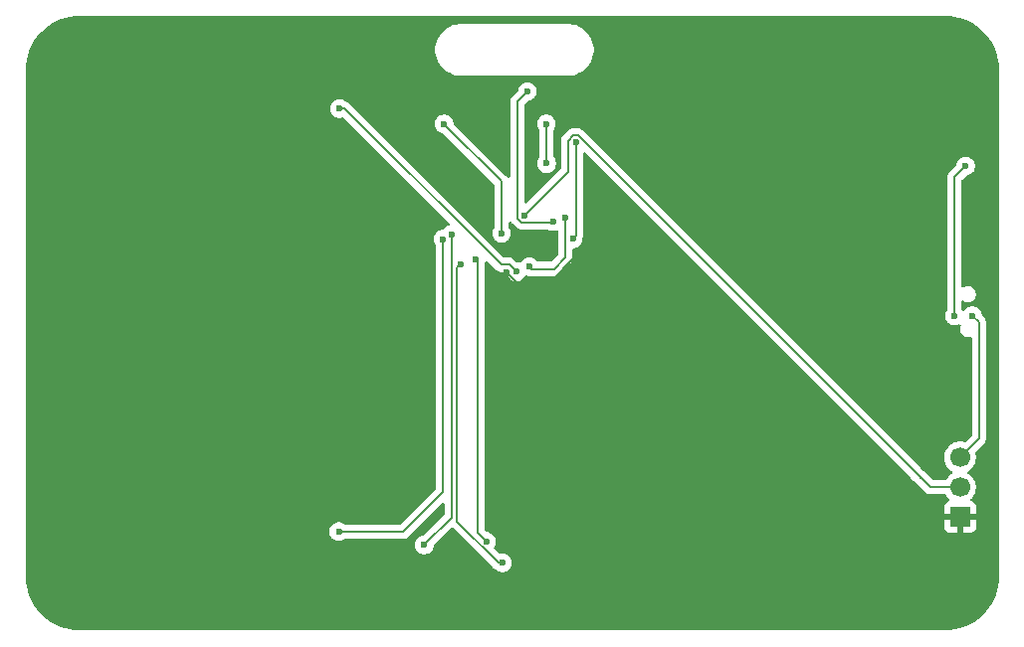
<source format=gbl>
G04 #@! TF.GenerationSoftware,KiCad,Pcbnew,9.0.3*
G04 #@! TF.CreationDate,2025-09-08T19:44:41+01:00*
G04 #@! TF.ProjectId,tester_pcb_business_card,74657374-6572-45f7-9063-625f62757369,rev?*
G04 #@! TF.SameCoordinates,Original*
G04 #@! TF.FileFunction,Copper,L2,Bot*
G04 #@! TF.FilePolarity,Positive*
%FSLAX46Y46*%
G04 Gerber Fmt 4.6, Leading zero omitted, Abs format (unit mm)*
G04 Created by KiCad (PCBNEW 9.0.3) date 2025-09-08 19:44:41*
%MOMM*%
%LPD*%
G01*
G04 APERTURE LIST*
G04 #@! TA.AperFunction,ComponentPad*
%ADD10R,1.700000X1.700000*%
G04 #@! TD*
G04 #@! TA.AperFunction,ComponentPad*
%ADD11C,1.700000*%
G04 #@! TD*
G04 #@! TA.AperFunction,ViaPad*
%ADD12C,0.600000*%
G04 #@! TD*
G04 #@! TA.AperFunction,Conductor*
%ADD13C,0.200000*%
G04 #@! TD*
G04 APERTURE END LIST*
D10*
X133350000Y-109220000D03*
D11*
X133350000Y-106680000D03*
X133350000Y-104140000D03*
D12*
X133822900Y-79324200D03*
X132867900Y-92091100D03*
X94796620Y-88389200D03*
X104851200Y-82702400D03*
X99771200Y-83718400D03*
X134398500Y-92070900D03*
X96705464Y-87894664D03*
X100659200Y-77322100D03*
X100404123Y-85516900D03*
X96538200Y-72962600D03*
X98711900Y-84039500D03*
X98165400Y-79097500D03*
X98148200Y-75734800D03*
X80575100Y-74427300D03*
X95602592Y-88326196D03*
X94335600Y-85039200D03*
X89456300Y-75734800D03*
X96250100Y-83529100D03*
X80495400Y-110465000D03*
X89357200Y-85547200D03*
X90086700Y-85133900D03*
X87759800Y-111591500D03*
X93048700Y-111310000D03*
X92128200Y-87273200D03*
X94420800Y-113125000D03*
X90831533Y-87667200D03*
D13*
X132867900Y-80279200D02*
X133822900Y-79324200D01*
X132867900Y-92091100D02*
X132867900Y-80279200D01*
X104851200Y-82804000D02*
X99877200Y-87778000D01*
X99877200Y-87779116D02*
X99218316Y-88438000D01*
X99218316Y-88438000D02*
X99217200Y-88438000D01*
X99217200Y-88438000D02*
X98450400Y-89204800D01*
X99877200Y-87778000D02*
X99877200Y-87779116D01*
X104851200Y-82702400D02*
X104851200Y-82804000D01*
X95612220Y-89204800D02*
X94796620Y-88389200D01*
X98450400Y-89204800D02*
X95612220Y-89204800D01*
X96888800Y-88078000D02*
X96705464Y-87894664D01*
X98815200Y-88078000D02*
X99771200Y-87122000D01*
X134966700Y-92639100D02*
X134398500Y-92070900D01*
X133350000Y-104140000D02*
X134966700Y-102523300D01*
X96888800Y-88078000D02*
X98815200Y-88078000D01*
X99771200Y-87122000D02*
X99771200Y-83718400D01*
X134966700Y-102523300D02*
X134966700Y-92639100D01*
X100659200Y-85261823D02*
X100404123Y-85516900D01*
X100659200Y-77322100D02*
X100659200Y-85261823D01*
X98627600Y-84123800D02*
X98711900Y-84039500D01*
X96018800Y-84123800D02*
X98627600Y-84123800D01*
X95657200Y-83762200D02*
X96018800Y-84123800D01*
X95657200Y-73843600D02*
X95657200Y-83762200D01*
X96538200Y-72962600D02*
X95657200Y-73843600D01*
X98148200Y-75734800D02*
X98165400Y-75752000D01*
X98165400Y-75752000D02*
X98165400Y-79097500D01*
X80575100Y-74427300D02*
X80992000Y-74427300D01*
X95015596Y-87739200D02*
X95602592Y-88326196D01*
X80992000Y-74427300D02*
X94303900Y-87739200D01*
X94303900Y-87739200D02*
X95015596Y-87739200D01*
X94335600Y-85039200D02*
X94335600Y-80614100D01*
X94335600Y-80614100D02*
X89456300Y-75734800D01*
X129906850Y-105754350D02*
X130832500Y-106680000D01*
X100445300Y-76705400D02*
X100857900Y-76705400D01*
X100857900Y-76705400D02*
X129906850Y-105754350D01*
X129906850Y-105754350D02*
X130018500Y-105866000D01*
X96250100Y-83529100D02*
X99986000Y-79793200D01*
X99986000Y-77164700D02*
X100445300Y-76705400D01*
X99986000Y-79793200D02*
X99986000Y-77164700D01*
X130832500Y-106680000D02*
X133350000Y-106680000D01*
X89357200Y-107086400D02*
X85978600Y-110465000D01*
X89357200Y-85547200D02*
X89357200Y-107086400D01*
X85978600Y-110465000D02*
X80495400Y-110465000D01*
X90086700Y-109264600D02*
X87759800Y-111591500D01*
X90086700Y-85133900D02*
X90086700Y-109264600D01*
X92330000Y-87475000D02*
X92330100Y-87475000D01*
X92330100Y-110591400D02*
X93048700Y-111310000D01*
X92128200Y-87273200D02*
X92330000Y-87475000D01*
X92979700Y-111241000D02*
X93048700Y-111310000D01*
X93048700Y-111310000D02*
X92979700Y-111241000D01*
X92330100Y-87475000D02*
X92330100Y-110591400D01*
X90545800Y-87952933D02*
X90831533Y-87667200D01*
X94420800Y-113125000D02*
X94069400Y-113125000D01*
X90545800Y-109601400D02*
X90545800Y-87952933D01*
X94069400Y-113125000D02*
X90545800Y-109601400D01*
G04 #@! TA.AperFunction,Conductor*
G36*
X132082702Y-66540618D02*
G01*
X132095819Y-66541190D01*
X132473742Y-66557690D01*
X132484477Y-66558630D01*
X132869859Y-66609366D01*
X132880493Y-66611241D01*
X133259990Y-66695374D01*
X133270416Y-66698168D01*
X133641135Y-66815055D01*
X133651270Y-66818744D01*
X134010387Y-66967495D01*
X134020178Y-66972061D01*
X134364942Y-67151534D01*
X134374309Y-67156941D01*
X134644434Y-67329030D01*
X134702130Y-67365786D01*
X134710991Y-67371991D01*
X135019353Y-67608605D01*
X135027640Y-67615559D01*
X135314204Y-67878146D01*
X135321853Y-67885795D01*
X135584440Y-68172359D01*
X135591394Y-68180646D01*
X135828008Y-68489008D01*
X135834213Y-68497869D01*
X136043057Y-68825689D01*
X136048465Y-68835057D01*
X136227935Y-69179814D01*
X136232507Y-69189618D01*
X136381249Y-69548714D01*
X136384949Y-69558879D01*
X136501828Y-69929572D01*
X136504628Y-69940021D01*
X136588756Y-70319498D01*
X136590634Y-70330151D01*
X136641367Y-70715499D01*
X136642310Y-70726276D01*
X136657645Y-71077524D01*
X136659382Y-71117297D01*
X136659500Y-71122706D01*
X136659500Y-114297293D01*
X136659382Y-114302702D01*
X136642310Y-114693723D01*
X136641367Y-114704500D01*
X136590634Y-115089848D01*
X136588756Y-115100501D01*
X136504628Y-115479978D01*
X136501828Y-115490427D01*
X136384949Y-115861120D01*
X136381249Y-115871285D01*
X136232507Y-116230381D01*
X136227935Y-116240185D01*
X136048465Y-116584942D01*
X136043057Y-116594310D01*
X135834213Y-116922130D01*
X135828008Y-116930991D01*
X135591394Y-117239353D01*
X135584440Y-117247640D01*
X135321853Y-117534204D01*
X135314204Y-117541853D01*
X135027640Y-117804440D01*
X135019353Y-117811394D01*
X134710991Y-118048008D01*
X134702130Y-118054213D01*
X134374310Y-118263057D01*
X134364942Y-118268465D01*
X134020185Y-118447935D01*
X134010381Y-118452507D01*
X133651285Y-118601249D01*
X133641120Y-118604949D01*
X133270427Y-118721828D01*
X133259978Y-118724628D01*
X132880501Y-118808756D01*
X132869848Y-118810634D01*
X132484500Y-118861367D01*
X132473723Y-118862310D01*
X132082703Y-118879382D01*
X132077294Y-118879500D01*
X58422706Y-118879500D01*
X58417297Y-118879382D01*
X58026276Y-118862310D01*
X58015501Y-118861367D01*
X57926792Y-118849688D01*
X57630151Y-118810634D01*
X57619498Y-118808756D01*
X57240021Y-118724628D01*
X57229572Y-118721828D01*
X56858879Y-118604949D01*
X56848714Y-118601249D01*
X56489618Y-118452507D01*
X56479814Y-118447935D01*
X56135057Y-118268465D01*
X56125689Y-118263057D01*
X55797869Y-118054213D01*
X55789008Y-118048008D01*
X55480646Y-117811394D01*
X55472359Y-117804440D01*
X55185795Y-117541853D01*
X55178146Y-117534204D01*
X54915559Y-117247640D01*
X54908605Y-117239353D01*
X54671991Y-116930991D01*
X54665786Y-116922130D01*
X54456942Y-116594310D01*
X54451534Y-116584942D01*
X54272064Y-116240185D01*
X54267492Y-116230381D01*
X54118744Y-115871270D01*
X54115055Y-115861135D01*
X53998168Y-115490416D01*
X53995374Y-115479990D01*
X53911241Y-115100493D01*
X53909365Y-115089848D01*
X53858630Y-114704477D01*
X53857690Y-114693742D01*
X53840618Y-114302701D01*
X53840500Y-114297293D01*
X53840500Y-110386153D01*
X79694900Y-110386153D01*
X79694900Y-110543846D01*
X79725661Y-110698489D01*
X79725664Y-110698501D01*
X79786002Y-110844172D01*
X79786009Y-110844185D01*
X79873610Y-110975288D01*
X79873613Y-110975292D01*
X79985107Y-111086786D01*
X79985111Y-111086789D01*
X80116214Y-111174390D01*
X80116227Y-111174397D01*
X80253250Y-111231153D01*
X80261903Y-111234737D01*
X80416553Y-111265499D01*
X80416556Y-111265500D01*
X80416558Y-111265500D01*
X80574244Y-111265500D01*
X80574245Y-111265499D01*
X80728897Y-111234737D01*
X80874579Y-111174394D01*
X80874585Y-111174390D01*
X81006275Y-111086398D01*
X81072953Y-111065520D01*
X81075166Y-111065500D01*
X85891931Y-111065500D01*
X85891947Y-111065501D01*
X85899543Y-111065501D01*
X86057654Y-111065501D01*
X86057657Y-111065501D01*
X86210385Y-111024577D01*
X86260504Y-110995639D01*
X86347316Y-110945520D01*
X86459120Y-110833716D01*
X86459120Y-110833714D01*
X86469328Y-110823507D01*
X86469329Y-110823504D01*
X89274521Y-108018313D01*
X89335842Y-107984830D01*
X89405534Y-107989814D01*
X89461467Y-108031686D01*
X89485884Y-108097150D01*
X89486200Y-108105996D01*
X89486200Y-108964502D01*
X89466515Y-109031541D01*
X89449881Y-109052183D01*
X87745139Y-110756925D01*
X87683816Y-110790410D01*
X87681650Y-110790861D01*
X87526308Y-110821761D01*
X87526298Y-110821764D01*
X87380627Y-110882102D01*
X87380614Y-110882109D01*
X87249511Y-110969710D01*
X87249507Y-110969713D01*
X87138013Y-111081207D01*
X87138010Y-111081211D01*
X87050409Y-111212314D01*
X87050402Y-111212327D01*
X86990064Y-111357998D01*
X86990061Y-111358010D01*
X86959300Y-111512653D01*
X86959300Y-111670346D01*
X86990061Y-111824989D01*
X86990064Y-111825001D01*
X87050402Y-111970672D01*
X87050409Y-111970685D01*
X87138010Y-112101788D01*
X87138013Y-112101792D01*
X87249507Y-112213286D01*
X87249511Y-112213289D01*
X87380614Y-112300890D01*
X87380627Y-112300897D01*
X87511880Y-112355263D01*
X87526303Y-112361237D01*
X87680953Y-112391999D01*
X87680956Y-112392000D01*
X87680958Y-112392000D01*
X87838644Y-112392000D01*
X87838645Y-112391999D01*
X87993297Y-112361237D01*
X88138979Y-112300894D01*
X88270089Y-112213289D01*
X88381589Y-112101789D01*
X88469194Y-111970679D01*
X88529537Y-111824997D01*
X88548913Y-111727585D01*
X88560438Y-111669650D01*
X88592823Y-111607739D01*
X88594319Y-111606215D01*
X90060170Y-110140363D01*
X90121491Y-110106880D01*
X90191183Y-110111864D01*
X90235530Y-110140365D01*
X93584539Y-113489374D01*
X93584549Y-113489385D01*
X93588879Y-113493715D01*
X93588880Y-113493716D01*
X93700684Y-113605520D01*
X93787495Y-113655639D01*
X93837615Y-113684577D01*
X93838959Y-113684937D01*
X93846965Y-113689495D01*
X93853722Y-113696496D01*
X93873296Y-113709574D01*
X93910507Y-113746786D01*
X93910511Y-113746789D01*
X94041614Y-113834390D01*
X94041627Y-113834397D01*
X94187298Y-113894735D01*
X94187303Y-113894737D01*
X94341953Y-113925499D01*
X94341956Y-113925500D01*
X94341958Y-113925500D01*
X94499644Y-113925500D01*
X94499645Y-113925499D01*
X94654297Y-113894737D01*
X94799979Y-113834394D01*
X94931089Y-113746789D01*
X95042589Y-113635289D01*
X95130194Y-113504179D01*
X95190537Y-113358497D01*
X95221300Y-113203842D01*
X95221300Y-113046158D01*
X95221300Y-113046155D01*
X95221299Y-113046153D01*
X95190538Y-112891510D01*
X95190537Y-112891503D01*
X95190535Y-112891498D01*
X95130197Y-112745827D01*
X95130190Y-112745814D01*
X95042589Y-112614711D01*
X95042586Y-112614707D01*
X94931092Y-112503213D01*
X94931088Y-112503210D01*
X94799985Y-112415609D01*
X94799972Y-112415602D01*
X94654301Y-112355264D01*
X94654289Y-112355261D01*
X94499645Y-112324500D01*
X94499642Y-112324500D01*
X94341958Y-112324500D01*
X94341956Y-112324500D01*
X94220276Y-112348704D01*
X94150684Y-112342477D01*
X94108403Y-112314768D01*
X93719790Y-111926155D01*
X93686305Y-111864832D01*
X93691289Y-111795140D01*
X93704370Y-111769582D01*
X93758089Y-111689187D01*
X93758090Y-111689184D01*
X93758094Y-111689179D01*
X93765897Y-111670342D01*
X93818435Y-111543501D01*
X93818437Y-111543497D01*
X93849200Y-111388842D01*
X93849200Y-111231158D01*
X93849200Y-111231155D01*
X93849199Y-111231153D01*
X93819373Y-111081211D01*
X93818437Y-111076503D01*
X93813880Y-111065501D01*
X93758097Y-110930827D01*
X93758090Y-110930814D01*
X93670489Y-110799711D01*
X93670486Y-110799707D01*
X93558992Y-110688213D01*
X93558988Y-110688210D01*
X93427885Y-110600609D01*
X93427872Y-110600602D01*
X93282201Y-110540264D01*
X93282191Y-110540261D01*
X93126849Y-110509361D01*
X93110092Y-110500595D01*
X93091614Y-110496576D01*
X93066577Y-110477833D01*
X93064938Y-110476976D01*
X93063360Y-110475425D01*
X92966919Y-110378984D01*
X92933434Y-110317661D01*
X92930600Y-110291303D01*
X92930600Y-87514497D01*
X92950285Y-87447458D01*
X93003089Y-87401703D01*
X93072247Y-87391759D01*
X93135803Y-87420784D01*
X93142277Y-87426813D01*
X93935184Y-88219720D01*
X93935186Y-88219721D01*
X93935190Y-88219724D01*
X94072109Y-88298773D01*
X94072116Y-88298777D01*
X94224843Y-88339701D01*
X94224845Y-88339701D01*
X94390554Y-88339701D01*
X94390570Y-88339700D01*
X94687331Y-88339700D01*
X94754370Y-88359385D01*
X94800125Y-88412189D01*
X94808948Y-88439508D01*
X94832853Y-88559687D01*
X94832856Y-88559697D01*
X94893194Y-88705368D01*
X94893201Y-88705381D01*
X94980802Y-88836484D01*
X94980805Y-88836488D01*
X95092299Y-88947982D01*
X95092303Y-88947985D01*
X95223406Y-89035586D01*
X95223419Y-89035593D01*
X95369090Y-89095931D01*
X95369095Y-89095933D01*
X95523745Y-89126695D01*
X95523748Y-89126696D01*
X95523750Y-89126696D01*
X95681436Y-89126696D01*
X95681437Y-89126695D01*
X95836089Y-89095933D01*
X95981771Y-89035590D01*
X96112881Y-88947985D01*
X96224381Y-88836485D01*
X96311573Y-88705991D01*
X96365182Y-88661190D01*
X96434507Y-88652482D01*
X96462121Y-88660322D01*
X96471967Y-88664401D01*
X96626617Y-88695163D01*
X96626620Y-88695164D01*
X96626622Y-88695164D01*
X96784307Y-88695164D01*
X96821434Y-88687778D01*
X96856101Y-88680882D01*
X96880292Y-88678500D01*
X98728531Y-88678500D01*
X98728547Y-88678501D01*
X98736143Y-88678501D01*
X98894254Y-88678501D01*
X98894257Y-88678501D01*
X99046985Y-88637577D01*
X99105041Y-88604058D01*
X99183916Y-88558520D01*
X99295720Y-88446716D01*
X99295720Y-88446714D01*
X99305924Y-88436511D01*
X99305928Y-88436506D01*
X100129706Y-87612728D01*
X100129711Y-87612724D01*
X100139914Y-87602520D01*
X100139916Y-87602520D01*
X100251720Y-87490716D01*
X100310221Y-87389388D01*
X100330777Y-87353785D01*
X100371700Y-87201057D01*
X100371700Y-87042943D01*
X100371700Y-86440745D01*
X100391385Y-86373706D01*
X100444189Y-86327951D01*
X100477089Y-86319085D01*
X100476991Y-86318589D01*
X100563457Y-86301388D01*
X100637620Y-86286637D01*
X100783302Y-86226294D01*
X100914412Y-86138689D01*
X101025912Y-86027189D01*
X101113517Y-85896079D01*
X101173860Y-85750397D01*
X101204623Y-85595742D01*
X101204623Y-85551348D01*
X101217843Y-85502023D01*
X101215665Y-85501121D01*
X101218775Y-85493611D01*
X101218775Y-85493609D01*
X101218777Y-85493607D01*
X101252595Y-85367397D01*
X101259700Y-85340881D01*
X101259700Y-85182766D01*
X101259700Y-78255797D01*
X101279385Y-78188758D01*
X101332189Y-78143003D01*
X101401347Y-78133059D01*
X101464903Y-78162084D01*
X101471381Y-78168116D01*
X129426331Y-106123066D01*
X130463784Y-107160520D01*
X130600715Y-107239577D01*
X130753443Y-107280501D01*
X130753446Y-107280501D01*
X130919154Y-107280501D01*
X130919170Y-107280500D01*
X132064281Y-107280500D01*
X132131320Y-107300185D01*
X132174765Y-107348205D01*
X132194947Y-107387814D01*
X132194948Y-107387815D01*
X132319890Y-107559786D01*
X132433818Y-107673714D01*
X132467303Y-107735037D01*
X132462319Y-107804729D01*
X132420447Y-107860662D01*
X132389471Y-107877577D01*
X132257912Y-107926646D01*
X132257906Y-107926649D01*
X132142812Y-108012809D01*
X132142809Y-108012812D01*
X132056649Y-108127906D01*
X132056645Y-108127913D01*
X132006403Y-108262620D01*
X132006401Y-108262627D01*
X132000000Y-108322155D01*
X132000000Y-108970000D01*
X132916988Y-108970000D01*
X132884075Y-109027007D01*
X132850000Y-109154174D01*
X132850000Y-109285826D01*
X132884075Y-109412993D01*
X132916988Y-109470000D01*
X132000000Y-109470000D01*
X132000000Y-110117844D01*
X132006401Y-110177372D01*
X132006403Y-110177379D01*
X132056645Y-110312086D01*
X132056649Y-110312093D01*
X132142809Y-110427187D01*
X132142812Y-110427190D01*
X132257906Y-110513350D01*
X132257913Y-110513354D01*
X132392620Y-110563596D01*
X132392627Y-110563598D01*
X132452155Y-110569999D01*
X132452172Y-110570000D01*
X133100000Y-110570000D01*
X133100000Y-109653012D01*
X133157007Y-109685925D01*
X133284174Y-109720000D01*
X133415826Y-109720000D01*
X133542993Y-109685925D01*
X133600000Y-109653012D01*
X133600000Y-110570000D01*
X134247828Y-110570000D01*
X134247844Y-110569999D01*
X134307372Y-110563598D01*
X134307379Y-110563596D01*
X134442086Y-110513354D01*
X134442093Y-110513350D01*
X134557187Y-110427190D01*
X134557190Y-110427187D01*
X134643350Y-110312093D01*
X134643354Y-110312086D01*
X134693596Y-110177379D01*
X134693598Y-110177372D01*
X134699999Y-110117844D01*
X134700000Y-110117827D01*
X134700000Y-109470000D01*
X133783012Y-109470000D01*
X133815925Y-109412993D01*
X133850000Y-109285826D01*
X133850000Y-109154174D01*
X133815925Y-109027007D01*
X133783012Y-108970000D01*
X134700000Y-108970000D01*
X134700000Y-108322172D01*
X134699999Y-108322155D01*
X134693598Y-108262627D01*
X134693596Y-108262620D01*
X134643354Y-108127913D01*
X134643350Y-108127906D01*
X134557190Y-108012812D01*
X134557187Y-108012809D01*
X134442093Y-107926649D01*
X134442088Y-107926646D01*
X134310528Y-107877577D01*
X134254595Y-107835705D01*
X134230178Y-107770241D01*
X134245030Y-107701968D01*
X134266175Y-107673720D01*
X134380104Y-107559792D01*
X134505051Y-107387816D01*
X134601557Y-107198412D01*
X134667246Y-106996243D01*
X134700500Y-106786287D01*
X134700500Y-106573713D01*
X134667246Y-106363757D01*
X134601557Y-106161588D01*
X134505051Y-105972184D01*
X134505049Y-105972181D01*
X134505048Y-105972179D01*
X134380109Y-105800213D01*
X134229786Y-105649890D01*
X134057820Y-105524951D01*
X134057115Y-105524591D01*
X134049054Y-105520485D01*
X133998259Y-105472512D01*
X133981463Y-105404692D01*
X134003999Y-105338556D01*
X134049054Y-105299515D01*
X134057816Y-105295051D01*
X134087023Y-105273831D01*
X134229786Y-105170109D01*
X134229788Y-105170106D01*
X134229792Y-105170104D01*
X134380104Y-105019792D01*
X134380106Y-105019788D01*
X134380109Y-105019786D01*
X134505048Y-104847820D01*
X134505047Y-104847820D01*
X134505051Y-104847816D01*
X134601557Y-104658412D01*
X134667246Y-104456243D01*
X134700500Y-104246287D01*
X134700500Y-104033713D01*
X134667246Y-103823757D01*
X134653506Y-103781473D01*
X134651512Y-103711635D01*
X134683755Y-103655478D01*
X135325206Y-103014028D01*
X135325211Y-103014024D01*
X135335414Y-103003820D01*
X135335416Y-103003820D01*
X135447220Y-102892016D01*
X135506407Y-102789500D01*
X135526277Y-102755085D01*
X135567200Y-102602357D01*
X135567200Y-102444243D01*
X135567200Y-92560043D01*
X135526277Y-92407316D01*
X135526277Y-92407315D01*
X135526277Y-92407314D01*
X135497339Y-92357195D01*
X135497337Y-92357192D01*
X135447220Y-92270384D01*
X135335416Y-92158580D01*
X135335415Y-92158579D01*
X135331085Y-92154249D01*
X135331074Y-92154239D01*
X135233074Y-92056239D01*
X135199589Y-91994916D01*
X135199138Y-91992749D01*
X135168238Y-91837410D01*
X135168237Y-91837403D01*
X135116264Y-91711927D01*
X135107897Y-91691727D01*
X135107890Y-91691714D01*
X135020289Y-91560611D01*
X135020286Y-91560607D01*
X134908792Y-91449113D01*
X134908788Y-91449110D01*
X134777685Y-91361509D01*
X134777672Y-91361502D01*
X134632001Y-91301164D01*
X134631989Y-91301161D01*
X134477345Y-91270400D01*
X134477342Y-91270400D01*
X134319658Y-91270400D01*
X134319655Y-91270400D01*
X134165010Y-91301161D01*
X134164998Y-91301164D01*
X134019327Y-91361502D01*
X134019314Y-91361509D01*
X133888211Y-91449110D01*
X133888207Y-91449113D01*
X133776713Y-91560607D01*
X133729553Y-91631187D01*
X133704367Y-91652234D01*
X133679967Y-91674152D01*
X133677701Y-91674519D01*
X133675940Y-91675991D01*
X133643384Y-91680079D01*
X133610997Y-91685328D01*
X133608892Y-91684411D01*
X133606615Y-91684698D01*
X133577014Y-91670535D01*
X133546934Y-91657442D01*
X133544889Y-91655165D01*
X133543588Y-91654543D01*
X133523349Y-91631186D01*
X133489298Y-91580225D01*
X133468420Y-91513547D01*
X133468400Y-91511334D01*
X133468400Y-90899155D01*
X133488085Y-90832116D01*
X133540889Y-90786361D01*
X133610047Y-90776417D01*
X133661290Y-90796052D01*
X133710031Y-90828620D01*
X133832964Y-90879540D01*
X133832968Y-90879540D01*
X133832969Y-90879541D01*
X133963466Y-90905500D01*
X133963469Y-90905500D01*
X134096533Y-90905500D01*
X134184325Y-90888035D01*
X134227036Y-90879540D01*
X134349969Y-90828620D01*
X134460606Y-90754695D01*
X134554695Y-90660606D01*
X134628620Y-90549969D01*
X134679540Y-90427036D01*
X134705500Y-90296531D01*
X134705500Y-90163469D01*
X134705500Y-90163466D01*
X134679541Y-90032969D01*
X134679540Y-90032968D01*
X134679540Y-90032964D01*
X134628620Y-89910031D01*
X134554695Y-89799394D01*
X134554692Y-89799390D01*
X134460609Y-89705307D01*
X134460601Y-89705301D01*
X134349979Y-89631386D01*
X134349972Y-89631382D01*
X134349969Y-89631380D01*
X134349965Y-89631378D01*
X134349961Y-89631376D01*
X134227040Y-89580461D01*
X134227030Y-89580458D01*
X134096533Y-89554500D01*
X134096531Y-89554500D01*
X133963469Y-89554500D01*
X133963467Y-89554500D01*
X133832969Y-89580458D01*
X133832959Y-89580461D01*
X133710038Y-89631376D01*
X133710022Y-89631385D01*
X133661289Y-89663947D01*
X133594612Y-89684824D01*
X133527232Y-89666339D01*
X133480542Y-89614359D01*
X133468400Y-89560844D01*
X133468400Y-80579297D01*
X133488085Y-80512258D01*
X133504719Y-80491616D01*
X133664140Y-80332195D01*
X133837562Y-80158772D01*
X133898883Y-80125289D01*
X133901050Y-80124838D01*
X133958985Y-80113313D01*
X134056397Y-80093937D01*
X134202079Y-80033594D01*
X134333189Y-79945989D01*
X134444689Y-79834489D01*
X134532294Y-79703379D01*
X134592637Y-79557697D01*
X134623400Y-79403042D01*
X134623400Y-79245358D01*
X134623400Y-79245355D01*
X134623399Y-79245353D01*
X134592637Y-79090703D01*
X134592635Y-79090698D01*
X134532297Y-78945027D01*
X134532290Y-78945014D01*
X134444689Y-78813911D01*
X134444686Y-78813907D01*
X134333192Y-78702413D01*
X134333188Y-78702410D01*
X134202085Y-78614809D01*
X134202072Y-78614802D01*
X134056401Y-78554464D01*
X134056389Y-78554461D01*
X133901745Y-78523700D01*
X133901742Y-78523700D01*
X133744058Y-78523700D01*
X133744055Y-78523700D01*
X133589410Y-78554461D01*
X133589398Y-78554464D01*
X133443727Y-78614802D01*
X133443714Y-78614809D01*
X133312611Y-78702410D01*
X133312607Y-78702413D01*
X133201113Y-78813907D01*
X133201110Y-78813911D01*
X133113509Y-78945014D01*
X133113502Y-78945027D01*
X133053164Y-79090698D01*
X133053161Y-79090708D01*
X133022261Y-79246050D01*
X132989876Y-79307961D01*
X132988325Y-79309539D01*
X132387381Y-79910482D01*
X132387375Y-79910490D01*
X132350305Y-79974699D01*
X132350305Y-79974700D01*
X132308323Y-80047415D01*
X132267399Y-80200143D01*
X132267399Y-80200145D01*
X132267399Y-80368246D01*
X132267400Y-80368259D01*
X132267400Y-91511334D01*
X132247715Y-91578373D01*
X132246502Y-91580225D01*
X132158509Y-91711914D01*
X132158502Y-91711927D01*
X132098164Y-91857598D01*
X132098161Y-91857610D01*
X132067400Y-92012253D01*
X132067400Y-92169946D01*
X132098161Y-92324589D01*
X132098164Y-92324601D01*
X132158502Y-92470272D01*
X132158509Y-92470285D01*
X132246110Y-92601388D01*
X132246113Y-92601392D01*
X132357607Y-92712886D01*
X132357611Y-92712889D01*
X132488714Y-92800490D01*
X132488727Y-92800497D01*
X132634398Y-92860835D01*
X132634403Y-92860837D01*
X132751419Y-92884113D01*
X132789053Y-92891599D01*
X132789056Y-92891600D01*
X132789058Y-92891600D01*
X132946744Y-92891600D01*
X132946745Y-92891599D01*
X133101397Y-92860837D01*
X133247079Y-92800494D01*
X133247082Y-92800491D01*
X133247743Y-92800218D01*
X133317212Y-92792749D01*
X133379692Y-92824024D01*
X133415344Y-92884113D01*
X133412850Y-92953938D01*
X133409758Y-92962230D01*
X133380460Y-93032964D01*
X133380458Y-93032969D01*
X133354500Y-93163466D01*
X133354500Y-93163469D01*
X133354500Y-93296531D01*
X133354500Y-93296533D01*
X133354499Y-93296533D01*
X133380458Y-93427030D01*
X133380461Y-93427040D01*
X133431376Y-93549961D01*
X133431386Y-93549979D01*
X133505301Y-93660601D01*
X133505307Y-93660609D01*
X133599390Y-93754692D01*
X133599398Y-93754698D01*
X133710020Y-93828613D01*
X133710023Y-93828614D01*
X133710031Y-93828620D01*
X133832964Y-93879540D01*
X133832968Y-93879540D01*
X133832969Y-93879541D01*
X133963466Y-93905500D01*
X133963469Y-93905500D01*
X134096532Y-93905500D01*
X134218008Y-93881336D01*
X134287599Y-93887563D01*
X134342777Y-93930425D01*
X134366022Y-93996315D01*
X134366200Y-94002953D01*
X134366200Y-102223202D01*
X134346515Y-102290241D01*
X134329881Y-102310883D01*
X133834522Y-102806241D01*
X133773199Y-102839726D01*
X133708523Y-102836491D01*
X133666245Y-102822754D01*
X133526272Y-102800584D01*
X133456287Y-102789500D01*
X133243713Y-102789500D01*
X133195042Y-102797208D01*
X133033760Y-102822753D01*
X132831585Y-102888444D01*
X132642179Y-102984951D01*
X132470213Y-103109890D01*
X132319890Y-103260213D01*
X132194951Y-103432179D01*
X132098444Y-103621585D01*
X132032753Y-103823760D01*
X131999500Y-104033713D01*
X131999500Y-104246286D01*
X132032753Y-104456239D01*
X132098444Y-104658414D01*
X132194951Y-104847820D01*
X132319890Y-105019786D01*
X132470213Y-105170109D01*
X132642182Y-105295050D01*
X132650946Y-105299516D01*
X132701742Y-105347491D01*
X132718536Y-105415312D01*
X132695998Y-105481447D01*
X132650946Y-105520484D01*
X132642182Y-105524949D01*
X132470213Y-105649890D01*
X132319890Y-105800213D01*
X132194948Y-105972184D01*
X132194947Y-105972185D01*
X132174765Y-106011795D01*
X132126791Y-106062591D01*
X132064281Y-106079500D01*
X131132598Y-106079500D01*
X131065559Y-106059815D01*
X131044917Y-106043181D01*
X130275566Y-105273831D01*
X101345490Y-76343755D01*
X101345488Y-76343752D01*
X101226617Y-76224881D01*
X101226616Y-76224880D01*
X101139804Y-76174760D01*
X101139804Y-76174759D01*
X101139800Y-76174758D01*
X101089685Y-76145823D01*
X100936957Y-76104899D01*
X100778843Y-76104899D01*
X100771247Y-76104899D01*
X100771231Y-76104900D01*
X100524357Y-76104900D01*
X100366242Y-76104900D01*
X100213515Y-76145823D01*
X100213514Y-76145823D01*
X100213512Y-76145824D01*
X100213509Y-76145825D01*
X100163396Y-76174759D01*
X100163395Y-76174760D01*
X100119989Y-76199820D01*
X100076585Y-76224879D01*
X100076582Y-76224881D01*
X99505481Y-76795982D01*
X99505479Y-76795985D01*
X99455361Y-76882794D01*
X99455359Y-76882796D01*
X99426425Y-76932909D01*
X99426424Y-76932910D01*
X99426423Y-76932915D01*
X99385499Y-77085643D01*
X99385499Y-77085645D01*
X99385499Y-77253746D01*
X99385500Y-77253759D01*
X99385500Y-79493103D01*
X99365815Y-79560142D01*
X99349181Y-79580784D01*
X96469381Y-82460584D01*
X96408058Y-82494069D01*
X96338366Y-82489085D01*
X96282433Y-82447213D01*
X96258016Y-82381749D01*
X96257700Y-82372903D01*
X96257700Y-75655953D01*
X97347700Y-75655953D01*
X97347700Y-75813646D01*
X97378461Y-75968289D01*
X97378464Y-75968301D01*
X97438802Y-76113972D01*
X97438809Y-76113985D01*
X97526410Y-76245088D01*
X97526410Y-76245089D01*
X97528574Y-76247252D01*
X97529346Y-76248666D01*
X97530276Y-76249799D01*
X97530061Y-76249975D01*
X97562064Y-76308573D01*
X97564900Y-76334940D01*
X97564900Y-78517734D01*
X97545215Y-78584773D01*
X97544002Y-78586625D01*
X97456009Y-78718314D01*
X97456002Y-78718327D01*
X97395664Y-78863998D01*
X97395661Y-78864010D01*
X97364900Y-79018653D01*
X97364900Y-79176346D01*
X97395661Y-79330989D01*
X97395664Y-79331001D01*
X97456002Y-79476672D01*
X97456009Y-79476685D01*
X97543610Y-79607788D01*
X97543613Y-79607792D01*
X97655107Y-79719286D01*
X97655111Y-79719289D01*
X97786214Y-79806890D01*
X97786227Y-79806897D01*
X97931898Y-79867235D01*
X97931903Y-79867237D01*
X98086553Y-79897999D01*
X98086556Y-79898000D01*
X98086558Y-79898000D01*
X98244244Y-79898000D01*
X98244245Y-79897999D01*
X98398897Y-79867237D01*
X98544579Y-79806894D01*
X98675689Y-79719289D01*
X98787189Y-79607789D01*
X98874794Y-79476679D01*
X98935137Y-79330997D01*
X98965900Y-79176342D01*
X98965900Y-79018658D01*
X98965900Y-79018655D01*
X98965899Y-79018653D01*
X98951254Y-78945027D01*
X98935137Y-78864003D01*
X98935135Y-78863998D01*
X98874797Y-78718327D01*
X98874790Y-78718314D01*
X98786798Y-78586625D01*
X98765920Y-78519947D01*
X98765900Y-78517734D01*
X98765900Y-76288824D01*
X98785585Y-76221785D01*
X98786798Y-76219933D01*
X98857590Y-76113985D01*
X98857590Y-76113984D01*
X98857594Y-76113979D01*
X98917937Y-75968297D01*
X98948700Y-75813642D01*
X98948700Y-75655958D01*
X98948700Y-75655955D01*
X98948699Y-75655953D01*
X98917938Y-75501310D01*
X98917937Y-75501303D01*
X98917935Y-75501298D01*
X98857597Y-75355627D01*
X98857590Y-75355614D01*
X98769989Y-75224511D01*
X98769986Y-75224507D01*
X98658492Y-75113013D01*
X98658488Y-75113010D01*
X98527385Y-75025409D01*
X98527372Y-75025402D01*
X98381701Y-74965064D01*
X98381689Y-74965061D01*
X98227045Y-74934300D01*
X98227042Y-74934300D01*
X98069358Y-74934300D01*
X98069355Y-74934300D01*
X97914710Y-74965061D01*
X97914698Y-74965064D01*
X97769027Y-75025402D01*
X97769014Y-75025409D01*
X97637911Y-75113010D01*
X97637907Y-75113013D01*
X97526413Y-75224507D01*
X97526410Y-75224511D01*
X97438809Y-75355614D01*
X97438802Y-75355627D01*
X97378464Y-75501298D01*
X97378461Y-75501310D01*
X97347700Y-75655953D01*
X96257700Y-75655953D01*
X96257700Y-74143697D01*
X96277385Y-74076658D01*
X96294019Y-74056016D01*
X96417389Y-73932646D01*
X96552862Y-73797172D01*
X96614183Y-73763689D01*
X96616350Y-73763238D01*
X96674285Y-73751713D01*
X96771697Y-73732337D01*
X96917379Y-73671994D01*
X97048489Y-73584389D01*
X97159989Y-73472889D01*
X97247594Y-73341779D01*
X97307937Y-73196097D01*
X97338700Y-73041442D01*
X97338700Y-72883758D01*
X97338700Y-72883755D01*
X97338699Y-72883753D01*
X97307938Y-72729110D01*
X97307938Y-72729108D01*
X97307937Y-72729103D01*
X97307935Y-72729098D01*
X97247597Y-72583427D01*
X97247590Y-72583414D01*
X97159989Y-72452311D01*
X97159986Y-72452307D01*
X97048492Y-72340813D01*
X97048488Y-72340810D01*
X96917385Y-72253209D01*
X96917372Y-72253202D01*
X96771701Y-72192864D01*
X96771689Y-72192861D01*
X96617045Y-72162100D01*
X96617042Y-72162100D01*
X96459358Y-72162100D01*
X96459355Y-72162100D01*
X96304710Y-72192861D01*
X96304698Y-72192864D01*
X96159027Y-72253202D01*
X96159014Y-72253209D01*
X96027911Y-72340810D01*
X96027907Y-72340813D01*
X95916413Y-72452307D01*
X95916410Y-72452311D01*
X95828809Y-72583414D01*
X95828802Y-72583427D01*
X95768464Y-72729098D01*
X95768461Y-72729108D01*
X95737561Y-72884450D01*
X95705176Y-72946361D01*
X95703625Y-72947939D01*
X95176681Y-73474882D01*
X95176679Y-73474885D01*
X95126561Y-73561694D01*
X95126559Y-73561696D01*
X95097625Y-73611809D01*
X95097624Y-73611810D01*
X95085365Y-73657561D01*
X95056699Y-73764543D01*
X95056699Y-73764545D01*
X95056699Y-73932646D01*
X95056700Y-73932659D01*
X95056700Y-80199306D01*
X95037015Y-80266345D01*
X94984211Y-80312100D01*
X94915053Y-80322044D01*
X94851497Y-80293019D01*
X94841421Y-80283235D01*
X94832153Y-80273156D01*
X94816120Y-80245384D01*
X94704316Y-80133580D01*
X94704313Y-80133578D01*
X90290874Y-75720139D01*
X90257389Y-75658816D01*
X90256938Y-75656649D01*
X90226038Y-75501310D01*
X90226037Y-75501303D01*
X90226035Y-75501298D01*
X90165697Y-75355627D01*
X90165690Y-75355614D01*
X90078089Y-75224511D01*
X90078086Y-75224507D01*
X89966592Y-75113013D01*
X89966588Y-75113010D01*
X89835485Y-75025409D01*
X89835472Y-75025402D01*
X89689801Y-74965064D01*
X89689789Y-74965061D01*
X89535145Y-74934300D01*
X89535142Y-74934300D01*
X89377458Y-74934300D01*
X89377455Y-74934300D01*
X89222810Y-74965061D01*
X89222798Y-74965064D01*
X89077127Y-75025402D01*
X89077114Y-75025409D01*
X88946011Y-75113010D01*
X88946007Y-75113013D01*
X88834513Y-75224507D01*
X88834510Y-75224511D01*
X88746909Y-75355614D01*
X88746902Y-75355627D01*
X88686564Y-75501298D01*
X88686561Y-75501310D01*
X88655800Y-75655953D01*
X88655800Y-75813646D01*
X88686561Y-75968289D01*
X88686564Y-75968301D01*
X88746902Y-76113972D01*
X88746909Y-76113985D01*
X88834510Y-76245088D01*
X88834513Y-76245092D01*
X88946007Y-76356586D01*
X88946011Y-76356589D01*
X89077114Y-76444190D01*
X89077127Y-76444197D01*
X89222798Y-76504535D01*
X89222803Y-76504537D01*
X89287447Y-76517395D01*
X89378149Y-76535438D01*
X89440060Y-76567823D01*
X89441639Y-76569374D01*
X93698781Y-80826516D01*
X93732266Y-80887839D01*
X93735100Y-80914197D01*
X93735100Y-84459434D01*
X93715415Y-84526473D01*
X93714202Y-84528325D01*
X93626209Y-84660014D01*
X93626202Y-84660027D01*
X93565864Y-84805698D01*
X93565861Y-84805710D01*
X93535100Y-84960353D01*
X93535100Y-85118046D01*
X93565861Y-85272689D01*
X93565864Y-85272701D01*
X93626202Y-85418372D01*
X93626209Y-85418385D01*
X93713810Y-85549488D01*
X93713813Y-85549492D01*
X93825307Y-85660986D01*
X93825311Y-85660989D01*
X93956414Y-85748590D01*
X93956427Y-85748597D01*
X94102098Y-85808935D01*
X94102103Y-85808937D01*
X94256753Y-85839699D01*
X94256756Y-85839700D01*
X94256758Y-85839700D01*
X94414444Y-85839700D01*
X94414445Y-85839699D01*
X94569097Y-85808937D01*
X94681766Y-85762267D01*
X94714772Y-85748597D01*
X94714772Y-85748596D01*
X94714779Y-85748594D01*
X94845889Y-85660989D01*
X94957389Y-85549489D01*
X95044994Y-85418379D01*
X95105337Y-85272697D01*
X95136100Y-85118042D01*
X95136100Y-84960358D01*
X95136100Y-84960355D01*
X95136099Y-84960353D01*
X95129149Y-84925413D01*
X95105337Y-84805703D01*
X95105335Y-84805698D01*
X95044997Y-84660027D01*
X95044990Y-84660014D01*
X94956998Y-84528325D01*
X94936120Y-84461647D01*
X94936100Y-84459434D01*
X94936100Y-84176993D01*
X94955785Y-84109954D01*
X95008589Y-84064199D01*
X95077747Y-84054255D01*
X95141303Y-84083280D01*
X95167488Y-84114995D01*
X95176677Y-84130912D01*
X95176679Y-84130915D01*
X95176680Y-84130916D01*
X95288484Y-84242720D01*
X95288485Y-84242721D01*
X95650084Y-84604320D01*
X95650086Y-84604321D01*
X95650090Y-84604324D01*
X95746562Y-84660021D01*
X95787016Y-84683377D01*
X95939743Y-84724301D01*
X95939745Y-84724301D01*
X96105454Y-84724301D01*
X96105470Y-84724300D01*
X98258299Y-84724300D01*
X98325338Y-84743985D01*
X98327170Y-84745185D01*
X98332721Y-84748894D01*
X98332722Y-84748894D01*
X98332723Y-84748895D01*
X98332725Y-84748896D01*
X98406519Y-84779462D01*
X98478403Y-84809237D01*
X98622008Y-84837802D01*
X98633053Y-84839999D01*
X98633056Y-84840000D01*
X98633058Y-84840000D01*
X98790744Y-84840000D01*
X98790745Y-84839999D01*
X98945397Y-84809237D01*
X98999249Y-84786930D01*
X99068716Y-84779462D01*
X99131195Y-84810737D01*
X99166848Y-84870825D01*
X99170700Y-84901492D01*
X99170700Y-86821903D01*
X99151015Y-86888942D01*
X99134381Y-86909584D01*
X98602784Y-87441181D01*
X98541461Y-87474666D01*
X98515103Y-87477500D01*
X97455757Y-87477500D01*
X97388718Y-87457815D01*
X97352655Y-87422391D01*
X97327253Y-87384375D01*
X97327250Y-87384371D01*
X97215756Y-87272877D01*
X97215752Y-87272874D01*
X97084649Y-87185273D01*
X97084636Y-87185266D01*
X96938965Y-87124928D01*
X96938953Y-87124925D01*
X96784309Y-87094164D01*
X96784306Y-87094164D01*
X96626622Y-87094164D01*
X96626619Y-87094164D01*
X96471974Y-87124925D01*
X96471962Y-87124928D01*
X96326291Y-87185266D01*
X96326278Y-87185273D01*
X96195175Y-87272874D01*
X96195171Y-87272877D01*
X96083677Y-87384371D01*
X95996483Y-87514865D01*
X95942870Y-87559669D01*
X95873545Y-87568376D01*
X95866387Y-87566999D01*
X95855873Y-87564654D01*
X95836089Y-87556459D01*
X95681434Y-87525696D01*
X95681209Y-87525696D01*
X95677941Y-87524967D01*
X95648570Y-87508728D01*
X95618833Y-87493173D01*
X95617254Y-87491622D01*
X95384313Y-87258681D01*
X95384305Y-87258675D01*
X95272531Y-87194143D01*
X95272530Y-87194142D01*
X95272530Y-87194143D01*
X95247381Y-87179623D01*
X95094653Y-87138699D01*
X94936539Y-87138699D01*
X94928943Y-87138699D01*
X94928927Y-87138700D01*
X94603998Y-87138700D01*
X94536959Y-87119015D01*
X94516317Y-87102381D01*
X81479590Y-74065655D01*
X81479588Y-74065652D01*
X81360717Y-73946781D01*
X81360716Y-73946780D01*
X81273904Y-73896660D01*
X81223785Y-73867723D01*
X81144764Y-73846549D01*
X81137973Y-73843841D01*
X81121567Y-73830976D01*
X81096221Y-73816342D01*
X81085392Y-73805513D01*
X81085388Y-73805510D01*
X80954285Y-73717909D01*
X80954272Y-73717902D01*
X80808601Y-73657564D01*
X80808589Y-73657561D01*
X80653945Y-73626800D01*
X80653942Y-73626800D01*
X80496258Y-73626800D01*
X80496255Y-73626800D01*
X80341610Y-73657561D01*
X80341598Y-73657564D01*
X80195927Y-73717902D01*
X80195914Y-73717909D01*
X80064811Y-73805510D01*
X80064807Y-73805513D01*
X79953313Y-73917007D01*
X79953310Y-73917011D01*
X79865709Y-74048114D01*
X79865702Y-74048127D01*
X79805364Y-74193798D01*
X79805361Y-74193810D01*
X79774600Y-74348453D01*
X79774600Y-74506146D01*
X79805361Y-74660789D01*
X79805364Y-74660801D01*
X79865702Y-74806472D01*
X79865709Y-74806485D01*
X79953310Y-74937588D01*
X79953313Y-74937592D01*
X80064807Y-75049086D01*
X80064811Y-75049089D01*
X80195914Y-75136690D01*
X80195927Y-75136697D01*
X80341598Y-75197035D01*
X80341603Y-75197037D01*
X80467552Y-75222090D01*
X80496253Y-75227799D01*
X80496256Y-75227800D01*
X80496258Y-75227800D01*
X80653944Y-75227800D01*
X80653945Y-75227799D01*
X80808597Y-75197037D01*
X80808609Y-75197031D01*
X80814424Y-75195269D01*
X80815038Y-75197294D01*
X80874953Y-75190834D01*
X80937442Y-75222090D01*
X80940655Y-75225190D01*
X89882084Y-84166620D01*
X89915569Y-84227943D01*
X89910585Y-84297635D01*
X89868713Y-84353568D01*
X89841856Y-84368862D01*
X89707524Y-84424504D01*
X89707514Y-84424509D01*
X89576411Y-84512110D01*
X89576407Y-84512113D01*
X89464910Y-84623610D01*
X89419488Y-84691591D01*
X89365876Y-84736396D01*
X89316386Y-84746700D01*
X89278355Y-84746700D01*
X89123710Y-84777461D01*
X89123698Y-84777464D01*
X88978027Y-84837802D01*
X88978014Y-84837809D01*
X88846911Y-84925410D01*
X88846907Y-84925413D01*
X88735413Y-85036907D01*
X88735410Y-85036911D01*
X88647809Y-85168014D01*
X88647802Y-85168027D01*
X88587464Y-85313698D01*
X88587461Y-85313710D01*
X88556700Y-85468353D01*
X88556700Y-85626046D01*
X88587461Y-85780689D01*
X88587464Y-85780701D01*
X88647802Y-85926372D01*
X88647809Y-85926385D01*
X88735802Y-86058074D01*
X88756680Y-86124751D01*
X88756700Y-86126965D01*
X88756700Y-106786303D01*
X88737015Y-106853342D01*
X88720381Y-106873984D01*
X85766184Y-109828181D01*
X85704861Y-109861666D01*
X85678503Y-109864500D01*
X81075166Y-109864500D01*
X81008127Y-109844815D01*
X81006275Y-109843602D01*
X80874585Y-109755609D01*
X80874572Y-109755602D01*
X80728901Y-109695264D01*
X80728889Y-109695261D01*
X80574245Y-109664500D01*
X80574242Y-109664500D01*
X80416558Y-109664500D01*
X80416555Y-109664500D01*
X80261910Y-109695261D01*
X80261898Y-109695264D01*
X80116227Y-109755602D01*
X80116214Y-109755609D01*
X79985111Y-109843210D01*
X79985107Y-109843213D01*
X79873613Y-109954707D01*
X79873610Y-109954711D01*
X79786009Y-110085814D01*
X79786002Y-110085827D01*
X79725664Y-110231498D01*
X79725661Y-110231510D01*
X79694900Y-110386153D01*
X53840500Y-110386153D01*
X53840500Y-71122706D01*
X53840618Y-71117298D01*
X53842354Y-71077529D01*
X53857690Y-70726255D01*
X53858629Y-70715524D01*
X53909367Y-70330137D01*
X53911240Y-70319510D01*
X53995375Y-69940004D01*
X53998166Y-69929589D01*
X54115057Y-69558857D01*
X54118741Y-69548736D01*
X54232598Y-69273860D01*
X88678900Y-69273860D01*
X88678900Y-69562539D01*
X88678901Y-69562555D01*
X88716581Y-69848765D01*
X88791304Y-70127632D01*
X88901774Y-70394332D01*
X88901782Y-70394349D01*
X89046121Y-70644349D01*
X89046132Y-70644365D01*
X89221869Y-70873391D01*
X89221875Y-70873398D01*
X89426001Y-71077524D01*
X89426007Y-71077529D01*
X89655043Y-71253274D01*
X89655050Y-71253278D01*
X89905050Y-71397617D01*
X89905055Y-71397619D01*
X89905058Y-71397621D01*
X89905062Y-71397622D01*
X89905067Y-71397625D01*
X90171767Y-71508095D01*
X90171769Y-71508095D01*
X90171775Y-71508098D01*
X90450631Y-71582818D01*
X90736854Y-71620500D01*
X90736861Y-71620500D01*
X100118739Y-71620500D01*
X100118746Y-71620500D01*
X100404969Y-71582818D01*
X100683825Y-71508098D01*
X100950542Y-71397621D01*
X101200557Y-71253274D01*
X101429593Y-71077529D01*
X101633729Y-70873393D01*
X101809474Y-70644357D01*
X101953821Y-70394342D01*
X102064298Y-70127625D01*
X102139018Y-69848769D01*
X102176700Y-69562546D01*
X102176700Y-69273854D01*
X102139018Y-68987631D01*
X102064298Y-68708775D01*
X101976972Y-68497951D01*
X101953825Y-68442067D01*
X101953817Y-68442050D01*
X101809478Y-68192050D01*
X101809474Y-68192043D01*
X101758869Y-68126093D01*
X101633730Y-67963008D01*
X101633724Y-67963001D01*
X101429598Y-67758875D01*
X101429591Y-67758869D01*
X101200565Y-67583132D01*
X101200563Y-67583130D01*
X101200557Y-67583126D01*
X101200552Y-67583123D01*
X101200549Y-67583121D01*
X100950549Y-67438782D01*
X100950532Y-67438774D01*
X100683832Y-67328304D01*
X100404965Y-67253581D01*
X100118755Y-67215901D01*
X100118752Y-67215900D01*
X100118746Y-67215900D01*
X100040292Y-67215900D01*
X90947092Y-67215900D01*
X90881200Y-67215900D01*
X90736854Y-67215900D01*
X90736848Y-67215900D01*
X90736844Y-67215901D01*
X90450634Y-67253581D01*
X90171767Y-67328304D01*
X89905067Y-67438774D01*
X89905050Y-67438782D01*
X89655050Y-67583121D01*
X89655034Y-67583132D01*
X89426008Y-67758869D01*
X89426001Y-67758875D01*
X89221875Y-67963001D01*
X89221869Y-67963008D01*
X89046132Y-68192034D01*
X89046121Y-68192050D01*
X88901782Y-68442050D01*
X88901774Y-68442067D01*
X88791304Y-68708767D01*
X88716581Y-68987634D01*
X88678901Y-69273844D01*
X88678900Y-69273860D01*
X54232598Y-69273860D01*
X54267502Y-69189594D01*
X54272056Y-69179829D01*
X54451540Y-68835045D01*
X54456935Y-68825700D01*
X54665793Y-68497858D01*
X54671983Y-68489018D01*
X54908612Y-68180637D01*
X54915550Y-68172368D01*
X55178157Y-67885783D01*
X55185783Y-67878157D01*
X55472368Y-67615550D01*
X55480637Y-67608612D01*
X55789018Y-67371983D01*
X55797858Y-67365793D01*
X56125700Y-67156935D01*
X56135045Y-67151540D01*
X56479829Y-66972056D01*
X56489603Y-66967498D01*
X56848736Y-66818741D01*
X56858857Y-66815057D01*
X57229589Y-66698166D01*
X57240004Y-66695375D01*
X57619510Y-66611240D01*
X57630137Y-66609367D01*
X58015524Y-66558629D01*
X58026255Y-66557690D01*
X58404776Y-66541164D01*
X58417298Y-66540618D01*
X58422706Y-66540500D01*
X58485892Y-66540500D01*
X132014108Y-66540500D01*
X132077294Y-66540500D01*
X132082702Y-66540618D01*
G37*
G04 #@! TD.AperFunction*
M02*

</source>
